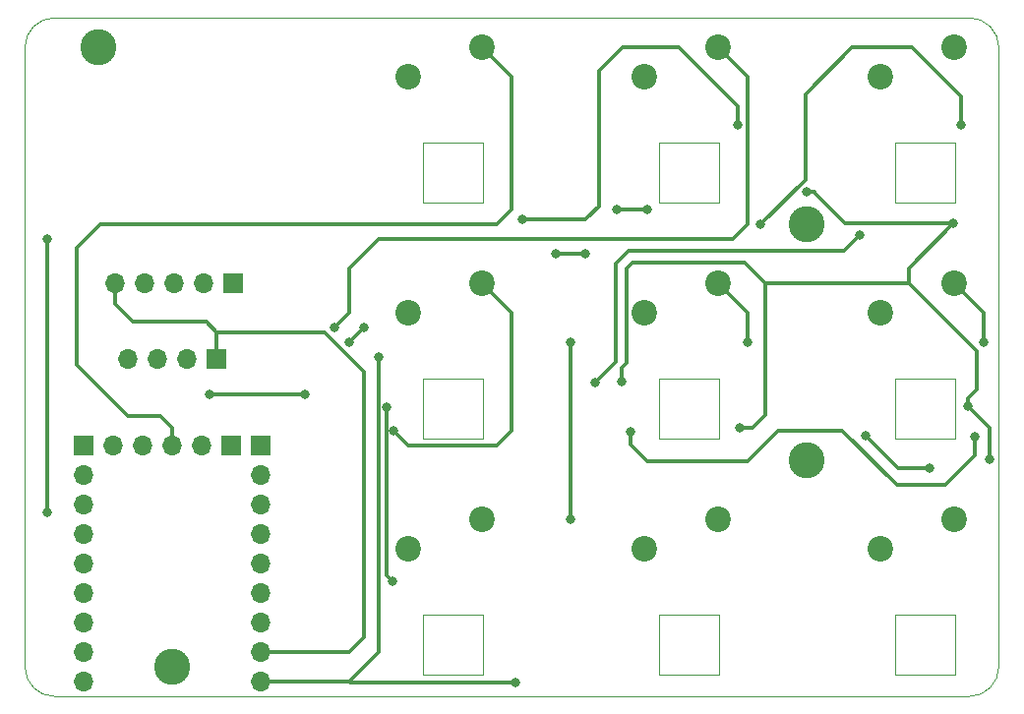
<source format=gbr>
%TF.GenerationSoftware,KiCad,Pcbnew,(6.0.5)*%
%TF.CreationDate,2022-06-04T16:39:10+08:00*%
%TF.ProjectId,keyboard_V3,6b657962-6f61-4726-945f-56332e6b6963,rev?*%
%TF.SameCoordinates,Original*%
%TF.FileFunction,Copper,L1,Top*%
%TF.FilePolarity,Positive*%
%FSLAX46Y46*%
G04 Gerber Fmt 4.6, Leading zero omitted, Abs format (unit mm)*
G04 Created by KiCad (PCBNEW (6.0.5)) date 2022-06-04 16:39:10*
%MOMM*%
%LPD*%
G01*
G04 APERTURE LIST*
%TA.AperFunction,Profile*%
%ADD10C,0.100000*%
%TD*%
%TA.AperFunction,Profile*%
%ADD11C,0.050000*%
%TD*%
%TA.AperFunction,ComponentPad*%
%ADD12C,2.200000*%
%TD*%
%TA.AperFunction,ComponentPad*%
%ADD13R,1.700000X1.700000*%
%TD*%
%TA.AperFunction,ComponentPad*%
%ADD14O,1.700000X1.700000*%
%TD*%
%TA.AperFunction,ViaPad*%
%ADD15C,0.800000*%
%TD*%
%TA.AperFunction,ViaPad*%
%ADD16C,3.100000*%
%TD*%
%TA.AperFunction,Conductor*%
%ADD17C,0.304800*%
%TD*%
G04 APERTURE END LIST*
D10*
X107950000Y-113030000D02*
G75*
G03*
X110490000Y-110490000I0J2540000D01*
G01*
D11*
X101538462Y-65342253D02*
X106720062Y-65342253D01*
X106720062Y-65342253D02*
X106720062Y-70553853D01*
X106720062Y-70553853D02*
X101538462Y-70553853D01*
X101538462Y-70553853D02*
X101538462Y-65342253D01*
D10*
X29210000Y-113030000D02*
X107950000Y-113030000D01*
D11*
X60909200Y-85674200D02*
X66090800Y-85674200D01*
X66090800Y-85674200D02*
X66090800Y-90855800D01*
X66090800Y-90855800D02*
X60909200Y-90855800D01*
X60909200Y-90855800D02*
X60909200Y-85674200D01*
X60903194Y-65342253D02*
X66084794Y-65342253D01*
X66084794Y-65342253D02*
X66084794Y-70543853D01*
X66084794Y-70543853D02*
X60903194Y-70543853D01*
X60903194Y-70543853D02*
X60903194Y-65342253D01*
X101538462Y-85654200D02*
X106720062Y-85654200D01*
X106720062Y-85654200D02*
X106720062Y-90855800D01*
X106720062Y-90855800D02*
X101538462Y-90855800D01*
X101538462Y-90855800D02*
X101538462Y-85654200D01*
X81220828Y-85654200D02*
X86402428Y-85654200D01*
X86402428Y-85654200D02*
X86402428Y-90855800D01*
X86402428Y-90855800D02*
X81220828Y-90855800D01*
X81220828Y-90855800D02*
X81220828Y-85654200D01*
X81229200Y-65335000D02*
X86410800Y-65335000D01*
X86410800Y-65335000D02*
X86410800Y-70536600D01*
X86410800Y-70536600D02*
X81229200Y-70536600D01*
X81229200Y-70536600D02*
X81229200Y-65335000D01*
D10*
X26670000Y-110490000D02*
X26670000Y-57150000D01*
X110490000Y-110490000D02*
X110490000Y-57150000D01*
X110490000Y-57150000D02*
G75*
G03*
X107950000Y-54610000I-2540000J0D01*
G01*
D11*
X101549200Y-105974200D02*
X106730800Y-105974200D01*
X106730800Y-105974200D02*
X106730800Y-111195800D01*
X106730800Y-111195800D02*
X101549200Y-111195800D01*
X101549200Y-111195800D02*
X101549200Y-105974200D01*
D10*
X107950000Y-54610000D02*
X29210000Y-54610000D01*
D11*
X60909200Y-105984200D02*
X66090800Y-105984200D01*
X66090800Y-105984200D02*
X66090800Y-111175800D01*
X66090800Y-111175800D02*
X60909200Y-111175800D01*
X60909200Y-111175800D02*
X60909200Y-105984200D01*
X26670000Y-110490000D02*
G75*
G03*
X29210000Y-113030000I2540000J0D01*
G01*
X81229200Y-105974200D02*
X86410800Y-105974200D01*
X86410800Y-105974200D02*
X86410800Y-111195800D01*
X86410800Y-111195800D02*
X81229200Y-111195800D01*
X81229200Y-111195800D02*
X81229200Y-105974200D01*
X29210000Y-54610000D02*
G75*
G03*
X26670000Y-57150000I0J-2540000D01*
G01*
D12*
%TO.P,REF\u002A\u002A,2*%
%TO.N,N/C*%
X59690000Y-59690000D03*
%TO.P,REF\u002A\u002A,1*%
X66040000Y-57150000D03*
%TD*%
%TO.P,REF\u002A\u002A,1*%
%TO.N,N/C*%
X106680000Y-97790000D03*
%TO.P,REF\u002A\u002A,2*%
X100330000Y-100330000D03*
%TD*%
%TO.P,REF\u002A\u002A,1*%
%TO.N,N/C*%
X86360000Y-97790000D03*
%TO.P,REF\u002A\u002A,2*%
X80010000Y-100330000D03*
%TD*%
D13*
%TO.P,REF\u002A\u002A,1*%
%TO.N,N/C*%
X46990000Y-91440000D03*
D14*
%TO.P,REF\u002A\u002A,2*%
X46990000Y-93980000D03*
%TO.P,REF\u002A\u002A,3*%
X46990000Y-96520000D03*
%TO.P,REF\u002A\u002A,4*%
X46990000Y-99060000D03*
%TO.P,REF\u002A\u002A,5*%
X46990000Y-101600000D03*
%TO.P,REF\u002A\u002A,6*%
X46990000Y-104140000D03*
%TO.P,REF\u002A\u002A,7*%
X46990000Y-106680000D03*
%TO.P,REF\u002A\u002A,8*%
X46990000Y-109220000D03*
%TO.P,REF\u002A\u002A,9*%
X46990000Y-111760000D03*
%TD*%
D12*
%TO.P,REF\u002A\u002A,1*%
%TO.N,N/C*%
X86360000Y-57150000D03*
%TO.P,REF\u002A\u002A,2*%
X80010000Y-59690000D03*
%TD*%
%TO.P,REF\u002A\u002A,1*%
%TO.N,N/C*%
X106680000Y-77470000D03*
%TO.P,REF\u002A\u002A,2*%
X100330000Y-80010000D03*
%TD*%
D13*
%TO.P,REF\u002A\u002A,1*%
%TO.N,N/C*%
X31750000Y-91440000D03*
D14*
%TO.P,REF\u002A\u002A,2*%
X31750000Y-93980000D03*
%TO.P,REF\u002A\u002A,3*%
X31750000Y-96520000D03*
%TO.P,REF\u002A\u002A,4*%
X31750000Y-99060000D03*
%TO.P,REF\u002A\u002A,5*%
X31750000Y-101600000D03*
%TO.P,REF\u002A\u002A,6*%
X31750000Y-104140000D03*
%TO.P,REF\u002A\u002A,7*%
X31750000Y-106680000D03*
%TO.P,REF\u002A\u002A,8*%
X31750000Y-109220000D03*
%TO.P,REF\u002A\u002A,9*%
X31750000Y-111760000D03*
%TD*%
D12*
%TO.P,REF\u002A\u002A,1*%
%TO.N,N/C*%
X86340782Y-77460391D03*
%TO.P,REF\u002A\u002A,2*%
X79990782Y-80000391D03*
%TD*%
%TO.P,REF\u002A\u002A,1*%
%TO.N,N/C*%
X66040000Y-97790000D03*
%TO.P,REF\u002A\u002A,2*%
X59690000Y-100330000D03*
%TD*%
%TO.P,REF\u002A\u002A,1*%
%TO.N,N/C*%
X66040000Y-77470000D03*
%TO.P,REF\u002A\u002A,2*%
X59690000Y-80010000D03*
%TD*%
%TO.P,REF\u002A\u002A,1*%
%TO.N,N/C*%
X106680000Y-57150000D03*
%TO.P,REF\u002A\u002A,2*%
X100330000Y-59690000D03*
%TD*%
D13*
%TO.P,REF\u002A\u002A,1*%
%TO.N,N/C*%
X44450000Y-91440000D03*
D14*
%TO.P,REF\u002A\u002A,2*%
X41910000Y-91440000D03*
%TO.P,REF\u002A\u002A,3*%
X39370000Y-91440000D03*
%TO.P,REF\u002A\u002A,4*%
X36830000Y-91440000D03*
%TO.P,REF\u002A\u002A,5*%
X34290000Y-91440000D03*
%TD*%
D13*
%TO.P,REF\u002A\u002A,1*%
%TO.N,N/C*%
X43170000Y-83947000D03*
D14*
%TO.P,REF\u002A\u002A,2*%
X40630000Y-83947000D03*
%TO.P,REF\u002A\u002A,3*%
X38090000Y-83947000D03*
%TO.P,REF\u002A\u002A,4*%
X35550000Y-83947000D03*
%TD*%
D13*
%TO.P,REF\u002A\u002A,1*%
%TO.N,N/C*%
X44577000Y-77470000D03*
D14*
%TO.P,REF\u002A\u002A,2*%
X42037000Y-77470000D03*
%TO.P,REF\u002A\u002A,3*%
X39497000Y-77470000D03*
%TO.P,REF\u002A\u002A,4*%
X36957000Y-77470000D03*
%TO.P,REF\u002A\u002A,5*%
X34417000Y-77470000D03*
%TD*%
D15*
%TO.N,*%
X54610000Y-82550000D03*
X69443600Y-71958200D03*
X58293000Y-103149400D03*
X98501200Y-73304400D03*
X28575000Y-73660000D03*
D16*
X39370000Y-110490000D03*
D15*
X73660000Y-97790000D03*
X68859400Y-111810800D03*
X80213200Y-71120000D03*
X75768200Y-85979000D03*
X93929200Y-69621400D03*
X73660000Y-82550000D03*
X108432600Y-90703400D03*
X58420000Y-90170000D03*
X78765400Y-90246200D03*
X50749200Y-87020400D03*
X107213400Y-63804800D03*
D16*
X93980000Y-92710000D03*
D15*
X57759600Y-88112600D03*
D16*
X33020000Y-57150000D03*
D15*
X109220000Y-82550000D03*
X88163400Y-89941400D03*
X107797600Y-88061800D03*
X109677200Y-92608400D03*
X106553000Y-72313800D03*
X55880000Y-81280000D03*
X88900000Y-82550000D03*
X77571600Y-71094600D03*
X89992200Y-72415400D03*
X99060000Y-90601800D03*
X88036400Y-63855600D03*
X74930000Y-74930000D03*
X42519600Y-87020400D03*
X72390000Y-74930000D03*
X104546400Y-93370400D03*
X53340000Y-81280000D03*
X28575000Y-97155000D03*
X57150000Y-83820000D03*
D16*
X93980000Y-72390000D03*
D15*
X78003400Y-85902800D03*
%TD*%
D17*
%TO.N,*%
X66040000Y-77470000D02*
X68580000Y-80010000D01*
X75768200Y-85979000D02*
X77546200Y-84201000D01*
X54610000Y-80010000D02*
X53340000Y-81280000D01*
X54610000Y-82550000D02*
X55880000Y-81280000D01*
X82931000Y-57150000D02*
X78105000Y-57150000D01*
X33147000Y-72390000D02*
X31115000Y-74422000D01*
X54610000Y-109220000D02*
X55880000Y-107950000D01*
X55880000Y-85090000D02*
X52441000Y-81651000D01*
X57150000Y-83820000D02*
X57150000Y-109220000D01*
X101828600Y-93370400D02*
X104546400Y-93370400D01*
X80213200Y-71120000D02*
X77597000Y-71120000D01*
X90424000Y-77495400D02*
X90424000Y-88823800D01*
X106553000Y-72313800D02*
X97282000Y-72313800D01*
X34417000Y-79248000D02*
X34417000Y-77470000D01*
X107238800Y-63779400D02*
X107213400Y-63804800D01*
X78638400Y-74650600D02*
X96469200Y-74650600D01*
X90424000Y-88823800D02*
X89306400Y-89941400D01*
X108559600Y-86588600D02*
X108559600Y-83312000D01*
X76047600Y-59207400D02*
X76047600Y-70485000D01*
X75057000Y-71805800D02*
X74904600Y-71958200D01*
X54610000Y-76200000D02*
X54610000Y-80010000D01*
X78943200Y-75717400D02*
X88646000Y-75717400D01*
X73660000Y-82550000D02*
X73660000Y-97790000D01*
X97028000Y-90119200D02*
X101701600Y-94792800D01*
X78003400Y-85902800D02*
X78003400Y-84759800D01*
X74904600Y-71958200D02*
X69443600Y-71958200D01*
X87630000Y-73660000D02*
X58420000Y-73660000D01*
X88036400Y-63855600D02*
X88036400Y-62255400D01*
X43170000Y-83947000D02*
X43170000Y-81651000D01*
X57150000Y-73660000D02*
X54610000Y-76200000D01*
X89306400Y-89941400D02*
X88163400Y-89941400D01*
X101701600Y-94792800D02*
X105892600Y-94792800D01*
X105892600Y-94792800D02*
X108432600Y-92252800D01*
X108559600Y-83312000D02*
X102717600Y-77470000D01*
X86340782Y-77460391D02*
X88900000Y-80019609D01*
X38354000Y-88900000D02*
X39370000Y-89916000D01*
X46990000Y-111760000D02*
X54610000Y-111760000D01*
X68580000Y-90170000D02*
X67310000Y-91440000D01*
X93827600Y-63373000D02*
X93827600Y-68580000D01*
X91490800Y-90119200D02*
X97028000Y-90119200D01*
X57759600Y-88112600D02*
X57759600Y-102616000D01*
X99060000Y-90601800D02*
X101828600Y-93370400D01*
X97282000Y-72313800D02*
X94615000Y-69646800D01*
X106680000Y-77470000D02*
X109220000Y-80010000D01*
X57759600Y-102616000D02*
X58293000Y-103149400D01*
X43170000Y-81651000D02*
X42291000Y-80772000D01*
X28575000Y-73660000D02*
X28575000Y-97155000D01*
X57150000Y-109220000D02*
X54610000Y-111760000D01*
X78003400Y-84759800D02*
X78384400Y-84378800D01*
X31115000Y-84455000D02*
X35560000Y-88900000D01*
X67310000Y-91440000D02*
X59690000Y-91440000D01*
X103860600Y-57988200D02*
X102997000Y-57124600D01*
X93827600Y-63373000D02*
X93827600Y-63728600D01*
X78384400Y-84378800D02*
X78460600Y-84302600D01*
X93827600Y-61163200D02*
X93827600Y-63373000D01*
X55880000Y-107950000D02*
X55880000Y-85090000D01*
X97155000Y-74650600D02*
X96469200Y-74650600D01*
X68859400Y-111810800D02*
X54660800Y-111810800D01*
X68580000Y-71120000D02*
X67310000Y-72390000D01*
X42291000Y-80772000D02*
X35941000Y-80772000D01*
X94615000Y-69646800D02*
X94589600Y-69621400D01*
X94589600Y-69621400D02*
X93929200Y-69621400D01*
X78105000Y-57150000D02*
X76047600Y-59207400D01*
X109677200Y-89941400D02*
X109677200Y-92608400D01*
X67310000Y-72390000D02*
X33147000Y-72390000D01*
X50749200Y-87020400D02*
X42519600Y-87020400D01*
X107213400Y-61341000D02*
X103860600Y-57988200D01*
X54660800Y-111810800D02*
X54610000Y-111760000D01*
X88900000Y-72390000D02*
X87630000Y-73660000D01*
X91490800Y-90170000D02*
X91490800Y-90119200D01*
X108432600Y-92252800D02*
X108432600Y-90703400D01*
X90449400Y-77470000D02*
X90424000Y-77495400D01*
X35941000Y-80772000D02*
X34417000Y-79248000D01*
X78765400Y-90246200D02*
X78765400Y-91313000D01*
X39370000Y-89916000D02*
X39370000Y-91440000D01*
X76047600Y-70815200D02*
X75057000Y-71805800D01*
X80213200Y-92760800D02*
X88900000Y-92760800D01*
X68580000Y-80010000D02*
X68580000Y-82550000D01*
X78765400Y-91313000D02*
X80213200Y-92760800D01*
X88900000Y-92760800D02*
X91490800Y-90170000D01*
X86360000Y-57150000D02*
X88900000Y-59690000D01*
X35560000Y-88900000D02*
X38354000Y-88900000D01*
X102997000Y-57124600D02*
X97866200Y-57124600D01*
X77546200Y-75742800D02*
X78638400Y-74650600D01*
X78460600Y-84302600D02*
X78460600Y-76200000D01*
X107213400Y-63804800D02*
X107213400Y-61341000D01*
X52441000Y-81651000D02*
X43170000Y-81651000D01*
X72390000Y-74930000D02*
X74930000Y-74930000D01*
X97866200Y-57124600D02*
X93827600Y-61163200D01*
X88900000Y-80019609D02*
X88900000Y-82550000D01*
X77597000Y-71120000D02*
X77571600Y-71094600D01*
X109220000Y-80010000D02*
X109220000Y-82550000D01*
X88036400Y-62255400D02*
X82931000Y-57150000D01*
X68808600Y-111760000D02*
X68859400Y-111810800D01*
X93827600Y-68580000D02*
X89992200Y-72415400D01*
X31115000Y-74422000D02*
X31115000Y-84455000D01*
X66040000Y-57150000D02*
X68580000Y-59690000D01*
X78460600Y-76200000D02*
X78943200Y-75717400D01*
X77546200Y-84201000D02*
X77546200Y-75742800D01*
X102717600Y-77470000D02*
X90449400Y-77470000D01*
X88900000Y-59690000D02*
X88900000Y-72390000D01*
X107797600Y-88061800D02*
X107797600Y-87350600D01*
X102717600Y-76149200D02*
X102717600Y-77470000D01*
X68580000Y-82550000D02*
X68580000Y-90170000D01*
X59690000Y-91440000D02*
X58420000Y-90170000D01*
X58420000Y-73660000D02*
X57150000Y-73660000D01*
X68580000Y-59690000D02*
X68580000Y-71120000D01*
X107797600Y-87350600D02*
X108559600Y-86588600D01*
X88646000Y-75717400D02*
X90424000Y-77495400D01*
X46990000Y-109220000D02*
X54610000Y-109220000D01*
X98501200Y-73304400D02*
X97155000Y-74650600D01*
X107797600Y-88061800D02*
X109677200Y-89941400D01*
X106553000Y-72313800D02*
X102717600Y-76149200D01*
X76047600Y-70485000D02*
X76047600Y-70815200D01*
%TD*%
M02*

</source>
